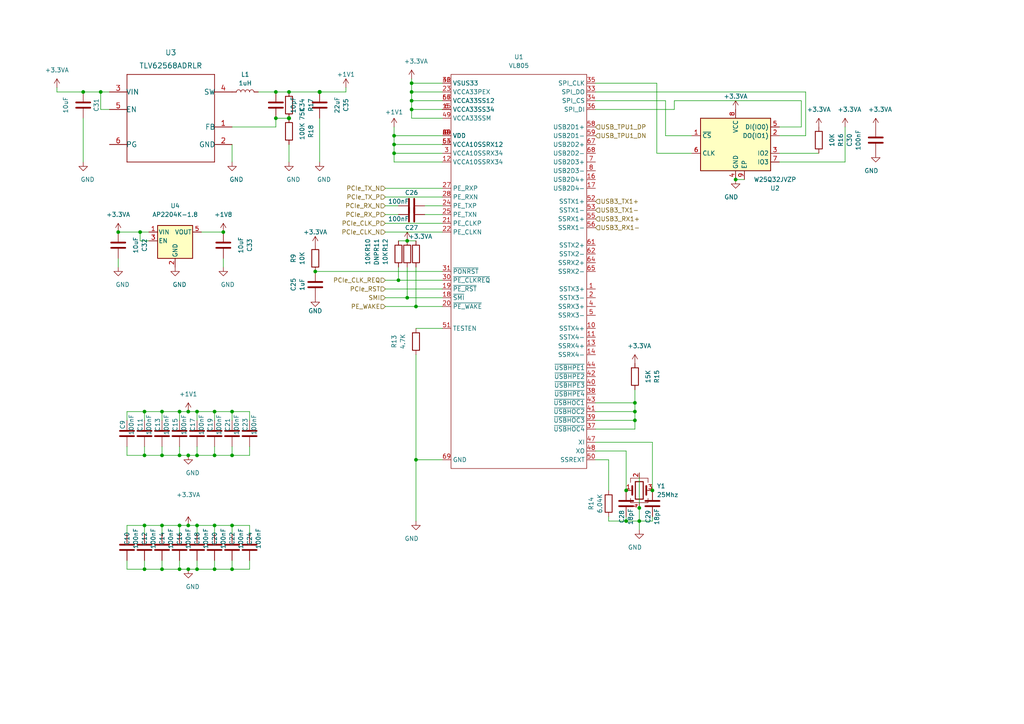
<source format=kicad_sch>
(kicad_sch (version 20231120) (generator "eeschema") (generator_version "8.0")
  (paper "A4")
  (lib_symbols
    (symbol "2021-10-17_21-20-06:TLV62568ADRLR" (pin_names (offset -0.254))
      (property "Reference" "U" (at 0 2.54 0))
      (property "Value" "TLV62568ADRLR" (at 0 0 0))
      (symbol "TLV62568ADRLR_1_1"
        (polyline (pts (xy -12.7 -12.7) (xy 12.7 -12.7)) (stroke (width 0.2032)))
        (polyline (pts (xy -12.7 12.7) (xy -12.7 -12.7)) (stroke (width 0.2032)))
        (polyline (pts (xy 12.7 -12.7) (xy 12.7 12.7)) (stroke (width 0.2032)))
        (polyline (pts (xy 12.7 12.7) (xy -12.7 12.7)) (stroke (width 0.2032)))
        (pin input line (at 17.78 -2.54 180) (length 5.08) (name "FB") (number "1"))
        (pin power_in line (at 17.78 -7.62 180) (length 5.08) (name "GND") (number "2"))
        (pin power_in line (at -17.78 7.62 0) (length 5.08) (name "VIN") (number "3"))
        (pin power_in line (at 17.78 7.62 180) (length 5.08) (name "SW") (number "4"))
        (pin input line (at -17.78 2.54 0) (length 5.08) (name "EN") (number "5"))
        (pin open_collector line (at -17.78 -7.62 0) (length 5.08) (name "PG") (number "6"))
      )
    )
    (symbol "ASM1042:VL805"
      (property "Reference" "U1" (at -0.635 45.72 0))
      (property "Value" "VL805" (at -0.635 43.18 0))
      (symbol "VL805_0_1"
        (rectangle (start -20.32 40.64) (end 19.05 -73.66) (stroke (width 0.1524)))
      )
      (symbol "VL805_1_1"
        (pin input line (at 21.59 -21.59 180) (length 2.54) (name "SSTX3+") (number "1"))
        (pin input line (at 21.59 -33.02 180) (length 2.54) (name "SSTX4+") (number "10"))
        (pin input line (at 21.59 -35.56 180) (length 2.54) (name "SSTX4-") (number "11"))
        (pin input line (at -22.86 15.24 0) (length 2.54) (name "VCCA10SSRX34") (number "12"))
        (pin input line (at 21.59 -38.1 180) (length 2.54) (name "SSRX4+") (number "13"))
        (pin input line (at 21.59 -40.64 180) (length 2.54) (name "SSRX4-") (number "14"))
        (pin input line (at -22.86 30.48 0) (length 2.54) (name "VCCA33SS34") (number "15"))
        (pin input line (at 21.59 10.16 180) (length 2.54) (name "USB2D4+") (number "16"))
        (pin input line (at 21.59 7.62 180) (length 2.54) (name "USB2D4-") (number "17"))
        (pin input line (at -22.86 -24.13 0) (length 2.54) (name "~{SMI}") (number "18"))
        (pin input line (at -22.86 -21.59 0) (length 2.54) (name "~{PE_RST}") (number "19"))
        (pin input line (at 21.59 -24.13 180) (length 2.54) (name "SSTX3-") (number "2"))
        (pin input line (at -22.86 -26.67 0) (length 2.54) (name "~{PE_WAKE}") (number "20"))
        (pin input line (at -22.86 -2.54 0) (length 2.54) (name "PE_CLKP") (number "21"))
        (pin input line (at -22.86 -5.08 0) (length 2.54) (name "PE_CLKN") (number "22"))
        (pin input line (at -22.86 35.56 0) (length 2.54) (name "VCCA33PEX") (number "23"))
        (pin input line (at -22.86 2.54 0) (length 2.54) (name "PE_TXP") (number "24"))
        (pin input line (at -22.86 0 0) (length 2.54) (name "PE_TXN") (number "25"))
        (pin input line (at -22.86 7.62 0) (length 2.54) (name "PE_RXP") (number "27"))
        (pin input line (at -22.86 5.08 0) (length 2.54) (name "PE_RXN") (number "28"))
        (pin input line (at -22.86 22.86 0) (length 2.54) (name "VDD") (number "29"))
        (pin input line (at -22.86 17.78 0) (length 2.54) (name "VCCA10SSRX34") (number "3"))
        (pin input line (at -22.86 -19.05 0) (length 2.54) (name "~{PE_CLKREQ}") (number "30"))
        (pin input line (at -22.86 -16.51 0) (length 2.54) (name "~{PONRST}") (number "31"))
        (pin input line (at -22.86 38.1 0) (length 2.54) (name "VSUS33") (number "32"))
        (pin input line (at 21.59 35.56 180) (length 2.54) (name "SPI_DO") (number "33"))
        (pin input line (at 21.59 33.02 180) (length 2.54) (name "SPI_CS") (number "34"))
        (pin input line (at 21.59 38.1 180) (length 2.54) (name "SPI_CLK") (number "35"))
        (pin input line (at 21.59 30.48 180) (length 2.54) (name "SPI_DI") (number "36"))
        (pin input line (at 21.59 -62.23 180) (length 2.54) (name "~{USBHOC4}") (number "37"))
        (pin input line (at 21.59 -52.07 180) (length 2.54) (name "~{USBHPE4}") (number "38"))
        (pin input line (at 21.59 -59.69 180) (length 2.54) (name "~{USBHOC3}") (number "39"))
        (pin input line (at 21.59 -26.67 180) (length 2.54) (name "SSRX3+") (number "4"))
        (pin input line (at 21.59 -49.53 180) (length 2.54) (name "~{USBHPE3}") (number "40"))
        (pin input line (at 21.59 -57.15 180) (length 2.54) (name "~{USBHOC2}") (number "41"))
        (pin input line (at 21.59 -46.99 180) (length 2.54) (name "~{USBHPE2}") (number "42"))
        (pin input line (at 21.59 -54.61 180) (length 2.54) (name "~{USBHOC1}") (number "43"))
        (pin input line (at 21.59 -44.45 180) (length 2.54) (name "~{USBHPE1}") (number "44"))
        (pin input line (at -22.86 22.86 0) (length 2.54) (name "VDD") (number "45"))
        (pin input line (at -22.86 38.1 0) (length 2.54) (name "VSUS33") (number "46"))
        (pin input line (at 21.59 -66.04 180) (length 2.54) (name "XI") (number "47"))
        (pin input line (at 21.59 -68.58 180) (length 2.54) (name "XO") (number "48"))
        (pin input line (at -22.86 27.94 0) (length 2.54) (name "VCCA33SSM") (number "49"))
        (pin input line (at 21.59 -29.21 180) (length 2.54) (name "SSRX3-") (number "5"))
        (pin input line (at 21.59 -71.12 180) (length 2.54) (name "SSREXT") (number "50"))
        (pin input line (at -22.86 -33.02 0) (length 2.54) (name "TESTEN") (number "51"))
        (pin input line (at 21.59 3.81 180) (length 2.54) (name "SSTX1+") (number "52"))
        (pin input line (at 21.59 1.27 180) (length 2.54) (name "SSTX1-") (number "53"))
        (pin input line (at -22.86 20.32 0) (length 2.54) (name "VCCA10SSRX12") (number "54"))
        (pin input line (at 21.59 -1.27 180) (length 2.54) (name "SSRX1+") (number "55"))
        (pin input line (at 21.59 -3.81 180) (length 2.54) (name "SSRX1-") (number "56"))
        (pin input line (at -22.86 33.02 0) (length 2.54) (name "VCCA33SS12") (number "57"))
        (pin input line (at 21.59 25.4 180) (length 2.54) (name "USB2D1+") (number "58"))
        (pin input line (at 21.59 22.86 180) (length 2.54) (name "USB2D1-") (number "59"))
        (pin input line (at -22.86 30.48 0) (length 2.54) (name "VCCA33SS34") (number "6"))
        (pin input line (at -22.86 22.86 0) (length 2.54) (name "VDD") (number "60"))
        (pin input line (at 21.59 -8.89 180) (length 2.54) (name "SSTX2+") (number "61"))
        (pin input line (at 21.59 -11.43 180) (length 2.54) (name "SSTX2-") (number "62"))
        (pin input line (at -22.86 20.32 0) (length 2.54) (name "VCCA10SSRX12") (number "63"))
        (pin input line (at 21.59 -13.97 180) (length 2.54) (name "SSRX2+") (number "64"))
        (pin input line (at 21.59 -16.51 180) (length 2.54) (name "SSRX2-") (number "65"))
        (pin input line (at -22.86 33.02 0) (length 2.54) (name "VCCA33SS12") (number "66"))
        (pin input line (at 21.59 20.32 180) (length 2.54) (name "USB2D2+") (number "67"))
        (pin input line (at 21.59 17.78 180) (length 2.54) (name "USB2D2-") (number "68"))
        (pin input line (at -22.86 -71.12 0) (length 2.54) (name "GND") (number "69"))
        (pin input line (at 21.59 15.24 180) (length 2.54) (name "USB2D3+") (number "7"))
        (pin input line (at 21.59 12.7 180) (length 2.54) (name "USB2D3-") (number "8"))
        (pin input line (at -22.86 22.86 0) (length 2.54) (name "VDD") (number "9"))
      )
    )
    (symbol "Device:C" (pin_numbers hide) (pin_names (offset 0.254))
      (property "Reference" "C" (at 0.635 2.54 0))
      (property "Value" "C" (at 0.635 -2.54 0))
      (symbol "C_0_1"
        (polyline (pts (xy -2.032 -0.762) (xy 2.032 -0.762)) (stroke (width 0.508)))
        (polyline (pts (xy -2.032 0.762) (xy 2.032 0.762)) (stroke (width 0.508)))
      )
      (symbol "C_1_1"
        (pin passive line (at 0 3.81 270) (length 2.794) (name "~") (number "1"))
        (pin passive line (at 0 -3.81 90) (length 2.794) (name "~") (number "2"))
      )
    )
    (symbol "Device:Crystal_GND24" (pin_names (offset 1.016) hide)
      (property "Reference" "Y" (at 3.175 5.08 0))
      (property "Value" "Crystal_GND24" (at 3.175 3.175 0))
      (symbol "Crystal_GND24_0_1"
        (rectangle (start -1.143 2.54) (end 1.143 -2.54) (stroke (width 0.3048)))
        (polyline (pts (xy -2.54 0) (xy -2.032 0)))
        (polyline (pts (xy -2.032 -1.27) (xy -2.032 1.27)) (stroke (width 0.508)))
        (polyline (pts (xy 0 -3.81) (xy 0 -3.556)))
        (polyline (pts (xy 0 3.556) (xy 0 3.81)))
        (polyline (pts (xy 2.032 -1.27) (xy 2.032 1.27)) (stroke (width 0.508)))
        (polyline (pts (xy 2.032 0) (xy 2.54 0)))
        (polyline (pts (xy -2.54 -2.286) (xy -2.54 -3.556) (xy 2.54 -3.556) (xy 2.54 -2.286)))
        (polyline (pts (xy -2.54 2.286) (xy -2.54 3.556) (xy 2.54 3.556) (xy 2.54 2.286)))
      )
      (symbol "Crystal_GND24_1_1"
        (pin passive line (at -3.81 0 0) (length 1.27) (name "1") (number "1"))
        (pin passive line (at 0 5.08 270) (length 1.27) (name "2") (number "2"))
        (pin passive line (at 3.81 0 180) (length 1.27) (name "3") (number "3"))
        (pin passive line (at 0 -5.08 90) (length 1.27) (name "4") (number "4"))
      )
    )
    (symbol "Device:L" (pin_numbers hide) (pin_names (offset 1.016) hide)
      (property "Reference" "L" (at -1.27 0 90))
      (property "Value" "L" (at 1.905 0 90))
      (symbol "L_0_1"
        (arc (start 0 -2.54) (mid 0.6323 -1.905) (end 0 -1.27))
        (arc (start 0 -1.27) (mid 0.6323 -0.635) (end 0 0))
        (arc (start 0 0) (mid 0.6323 0.635) (end 0 1.27))
        (arc (start 0 1.27) (mid 0.6323 1.905) (end 0 2.54))
      )
      (symbol "L_1_1"
        (pin passive line (at 0 3.81 270) (length 1.27) (name "1") (number "1"))
        (pin passive line (at 0 -3.81 90) (length 1.27) (name "2") (number "2"))
      )
    )
    (symbol "Device:R" (pin_numbers hide) (pin_names (offset 0))
      (property "Reference" "R" (at 2.032 0 90))
      (property "Value" "R" (at 0 0 90))
      (symbol "R_0_1"
        (rectangle (start -1.016 -2.54) (end 1.016 2.54) (stroke (width 0.254)))
      )
      (symbol "R_1_1"
        (pin passive line (at 0 3.81 270) (length 1.27) (name "~") (number "1"))
        (pin passive line (at 0 -3.81 90) (length 1.27) (name "~") (number "2"))
      )
    )
    (symbol "Memory_Flash:W25Q32JVZP"
      (property "Reference" "U" (at -8.89 8.89 0))
      (property "Value" "W25Q32JVZP" (at 7.62 8.89 0))
      (symbol "W25Q32JVZP_0_1"
        (rectangle (start -10.16 7.62) (end 10.16 -7.62) (stroke (width 0.254)) (fill (type background)))
      )
      (symbol "W25Q32JVZP_1_1"
        (pin input line (at -12.7 2.54 0) (length 2.54) (name "~{CS}") (number "1"))
        (pin bidirectional line (at 12.7 2.54 180) (length 2.54) (name "DO(IO1)") (number "2"))
        (pin bidirectional line (at 12.7 -2.54 180) (length 2.54) (name "IO2") (number "3"))
        (pin power_in line (at 0 -10.16 90) (length 2.54) (name "GND") (number "4"))
        (pin bidirectional line (at 12.7 5.08 180) (length 2.54) (name "DI(IO0)") (number "5"))
        (pin input line (at -12.7 -2.54 0) (length 2.54) (name "CLK") (number "6"))
        (pin bidirectional line (at 12.7 -5.08 180) (length 2.54) (name "IO3") (number "7"))
        (pin power_in line (at 0 10.16 270) (length 2.54) (name "VCC") (number "8"))
        (pin passive line (at 2.54 -10.16 90) (length 2.54) (name "EP") (number "9"))
      )
    )
    (symbol "Regulator_Linear:AP2204K-1.8" (pin_names (offset 0.254))
      (property "Reference" "U" (at -5.08 5.715 0))
      (property "Value" "AP2204K-1.8" (at 0 5.715 0))
      (symbol "AP2204K-1.8_0_1"
        (rectangle (start -5.08 4.445) (end 5.08 -5.08) (stroke (width 0.254)) (fill (type background)))
      )
      (symbol "AP2204K-1.8_1_1"
        (pin power_in line (at -7.62 2.54 0) (length 2.54) (name "VIN") (number "1"))
        (pin power_in line (at 0 -7.62 90) (length 2.54) (name "GND") (number "2"))
        (pin input line (at -7.62 0 0) (length 2.54) (name "EN") (number "3"))
        (pin no_connect line (at 5.08 0 180) (length 2.54) hide (name "NC") (number "4"))
        (pin power_out line (at 7.62 2.54 180) (length 2.54) (name "VOUT") (number "5"))
      )
    )
    (symbol "power:+1V1" (power) (pin_names (offset 0))
      (property "Value" "+1V1" (at 0 3.556 0))
      (symbol "+1V1_0_1"
        (polyline (pts (xy -0.762 1.27) (xy 0 2.54)))
        (polyline (pts (xy 0 0) (xy 0 2.54)))
        (polyline (pts (xy 0 2.54) (xy 0.762 1.27)))
      )
      (symbol "+1V1_1_1"
        (pin power_in line (at 0 0 90) (length 0) hide (name "+1V1") (number "1"))
      )
    )
    (symbol "power:+1V8" (power) (pin_names (offset 0))
      (property "Value" "+1V8" (at 0 3.556 0))
      (symbol "+1V8_0_1"
        (polyline (pts (xy -0.762 1.27) (xy 0 2.54)))
        (polyline (pts (xy 0 0) (xy 0 2.54)))
        (polyline (pts (xy 0 2.54) (xy 0.762 1.27)))
      )
      (symbol "+1V8_1_1"
        (pin power_in line (at 0 0 90) (length 0) hide (name "+1V8") (number "1"))
      )
    )
    (symbol "power:+3.3VA" (power) (pin_names (offset 0))
      (property "Value" "+3.3VA" (at 0 3.556 0))
      (symbol "+3.3VA_0_1"
        (polyline (pts (xy -0.762 1.27) (xy 0 2.54)))
        (polyline (pts (xy 0 0) (xy 0 2.54)))
        (polyline (pts (xy 0 2.54) (xy 0.762 1.27)))
      )
      (symbol "+3.3VA_1_1"
        (pin power_in line (at 0 0 90) (length 0) hide (name "+3.3VA") (number "1"))
      )
    )
    (symbol "power:GND" (power) (pin_names (offset 0))
      (property "Value" "GND" (at 0 -3.81 0))
      (symbol "GND_0_1"
        (polyline (pts (xy 0 0) (xy 0 -1.27) (xy 1.27 -1.27) (xy 0 -2.54) (xy -1.27 -1.27) (xy 0 -1.27)))
      )
      (symbol "GND_1_1"
        (pin power_in line (at 0 0 270) (length 0) hide (name "GND") (number "1"))
      )
    )
  )
  (junction (at 184.15 121.92))
  (junction (at 62.23 132.08))
  (junction (at 41.91 132.08))
  (junction (at 118.11 69.85))
  (junction (at 24.13 26.67))
  (junction (at 119.38 29.21))
  (junction (at 62.23 152.4))
  (junction (at 41.91 119.38))
  (junction (at 29.21 26.67))
  (junction (at 189.23 142.24))
  (junction (at 80.01 34.29))
  (junction (at 80.01 26.67))
  (junction (at 67.31 165.1))
  (junction (at 54.61 152.4))
  (junction (at 54.61 132.08))
  (junction (at 114.3 41.91))
  (junction (at 46.99 152.4))
  (junction (at 181.61 151.13))
  (junction (at 118.11 86.36))
  (junction (at 184.15 119.38))
  (junction (at 57.15 132.08))
  (junction (at 181.61 142.24))
  (junction (at 62.23 119.38))
  (junction (at 57.15 152.4))
  (junction (at 119.38 24.13))
  (junction (at 54.61 165.1))
  (junction (at 62.23 165.1))
  (junction (at 114.3 44.45))
  (junction (at 185.42 147.32))
  (junction (at 120.65 133.35))
  (junction (at 40.64 67.31))
  (junction (at 185.42 151.13))
  (junction (at 83.82 26.67))
  (junction (at 46.99 119.38))
  (junction (at 34.29 67.31))
  (junction (at 119.38 31.75))
  (junction (at 57.15 165.1))
  (junction (at 92.71 26.67) (diameter 1.016))
  (junction (at 41.91 152.4))
  (junction (at 52.07 152.4))
  (junction (at 57.15 119.38))
  (junction (at 67.31 132.08))
  (junction (at 52.07 165.1))
  (junction (at 91.44 78.74))
  (junction (at 83.82 34.29) (diameter 1.016))
  (junction (at 120.65 88.9))
  (junction (at 119.38 26.67))
  (junction (at 213.36 52.07))
  (junction (at 115.57 81.28))
  (junction (at 67.31 119.38))
  (junction (at 46.99 165.1))
  (junction (at 41.91 165.1))
  (junction (at 114.3 39.37))
  (junction (at 46.99 132.08))
  (junction (at 54.61 119.38))
  (junction (at 184.15 116.84))
  (junction (at 67.31 152.4))
  (junction (at 64.77 67.31))
  (junction (at 52.07 132.08))
  (junction (at 52.07 119.38))
  (wire (pts (xy 111.76 86.36) (xy 118.11 86.36)))
  (wire (pts (xy 62.23 129.54) (xy 62.23 132.08)))
  (wire (pts (xy 34.29 67.31) (xy 40.64 67.31)))
  (wire (pts (xy 58.42 67.31) (xy 64.77 67.31)))
  (wire (pts (xy 52.07 152.4) (xy 54.61 152.4)))
  (wire (pts (xy 115.57 77.47) (xy 115.57 81.28)))
  (wire (pts (xy 36.83 119.38) (xy 41.91 119.38)))
  (wire (pts (xy 72.39 119.38) (xy 72.39 121.92)))
  (wire (pts (xy 24.13 34.29) (xy 24.13 46.99)))
  (wire (pts (xy 62.23 162.56) (xy 62.23 165.1)))
  (wire (pts (xy 46.99 119.38) (xy 52.07 119.38)))
  (wire (pts (xy 120.65 77.47) (xy 120.65 88.9)))
  (wire (pts (xy 115.57 69.85) (xy 118.11 69.85)))
  (wire (pts (xy 67.31 129.54) (xy 67.31 132.08)))
  (wire (pts (xy 40.64 67.31) (xy 43.18 67.31)))
  (wire (pts (xy 185.42 151.13) (xy 189.23 151.13)))
  (wire (pts (xy 189.23 128.27) (xy 189.23 142.24)))
  (wire (pts (xy 233.68 39.37) (xy 226.06 39.37)))
  (wire (pts (xy 52.07 165.1) (xy 54.61 165.1)))
  (wire (pts (xy 181.61 130.81) (xy 181.61 142.24)))
  (wire (pts (xy 172.72 128.27) (xy 189.23 128.27)))
  (wire (pts (xy 120.65 133.35) (xy 120.65 151.13)))
  (wire (pts (xy 62.23 152.4) (xy 67.31 152.4)))
  (wire (pts (xy 43.18 69.85) (xy 40.64 69.85)))
  (wire (pts (xy 193.04 39.37) (xy 200.66 39.37)))
  (wire (pts (xy 41.91 129.54) (xy 41.91 132.08)))
  (wire (pts (xy 119.38 26.67) (xy 128.27 26.67)))
  (wire (pts (xy 120.65 95.25) (xy 128.27 95.25)))
  (wire (pts (xy 36.83 129.54) (xy 36.83 132.08)))
  (wire (pts (xy 92.71 34.29) (xy 92.71 46.99)))
  (wire (pts (xy 67.31 119.38) (xy 72.39 119.38)))
  (wire (pts (xy 213.36 52.07) (xy 215.9 52.07)))
  (wire (pts (xy 172.72 124.46) (xy 184.15 124.46)))
  (wire (pts (xy 111.76 54.61) (xy 128.27 54.61)))
  (wire (pts (xy 67.31 162.56) (xy 67.31 165.1)))
  (wire (pts (xy 67.31 152.4) (xy 72.39 152.4)))
  (wire (pts (xy 57.15 132.08) (xy 62.23 132.08)))
  (wire (pts (xy 111.76 59.69) (xy 115.57 59.69)))
  (wire (pts (xy 233.68 26.67) (xy 233.68 39.37)))
  (wire (pts (xy 114.3 36.83) (xy 114.3 39.37)))
  (wire (pts (xy 245.11 46.99) (xy 245.11 36.83)))
  (wire (pts (xy 123.19 59.69) (xy 128.27 59.69)))
  (wire (pts (xy 111.76 62.23) (xy 115.57 62.23)))
  (wire (pts (xy 128.27 34.29) (xy 119.38 34.29)))
  (wire (pts (xy 119.38 31.75) (xy 128.27 31.75)))
  (wire (pts (xy 111.76 83.82) (xy 128.27 83.82)))
  (wire (pts (xy 111.76 88.9) (xy 120.65 88.9)))
  (wire (pts (xy 92.71 26.67) (xy 100.33 26.67)))
  (wire (pts (xy 111.76 67.31) (xy 128.27 67.31)))
  (wire (pts (xy 67.31 152.4) (xy 67.31 154.94)))
  (wire (pts (xy 62.23 119.38) (xy 67.31 119.38)))
  (wire (pts (xy 41.91 119.38) (xy 46.99 119.38)))
  (wire (pts (xy 54.61 165.1) (xy 57.15 165.1)))
  (wire (pts (xy 172.72 133.35) (xy 176.53 133.35)))
  (wire (pts (xy 16.51 26.67) (xy 24.13 26.67)))
  (wire (pts (xy 41.91 119.38) (xy 41.91 121.92)))
  (wire (pts (xy 91.44 78.74) (xy 128.27 78.74)))
  (wire (pts (xy 176.53 151.13) (xy 181.61 151.13)))
  (wire (pts (xy 62.23 119.38) (xy 62.23 121.92)))
  (wire (pts (xy 195.58 31.75) (xy 195.58 29.21)))
  (wire (pts (xy 29.21 26.67) (xy 31.75 26.67)))
  (wire (pts (xy 172.72 26.67) (xy 233.68 26.67)))
  (wire (pts (xy 172.72 116.84) (xy 184.15 116.84)))
  (wire (pts (xy 114.3 39.37) (xy 114.3 41.91)))
  (wire (pts (xy 57.15 129.54) (xy 57.15 132.08)))
  (wire (pts (xy 52.07 162.56) (xy 52.07 165.1)))
  (wire (pts (xy 181.61 149.86) (xy 181.61 151.13)))
  (wire (pts (xy 40.64 69.85) (xy 40.64 67.31)))
  (wire (pts (xy 36.83 121.92) (xy 36.83 119.38)))
  (wire (pts (xy 111.76 81.28) (xy 115.57 81.28)))
  (wire (pts (xy 52.07 119.38) (xy 52.07 121.92)))
  (wire (pts (xy 172.72 119.38) (xy 184.15 119.38)))
  (wire (pts (xy 119.38 24.13) (xy 119.38 22.86)))
  (wire (pts (xy 36.83 162.56) (xy 36.83 165.1)))
  (wire (pts (xy 184.15 119.38) (xy 184.15 116.84)))
  (wire (pts (xy 36.83 154.94) (xy 36.83 152.4)))
  (wire (pts (xy 83.82 41.91) (xy 83.82 46.99)))
  (wire (pts (xy 114.3 41.91) (xy 128.27 41.91)))
  (wire (pts (xy 226.06 46.99) (xy 245.11 46.99)))
  (wire (pts (xy 176.53 133.35) (xy 176.53 142.24)))
  (wire (pts (xy 115.57 81.28) (xy 128.27 81.28)))
  (wire (pts (xy 57.15 119.38) (xy 57.15 121.92)))
  (wire (pts (xy 72.39 162.56) (xy 72.39 165.1)))
  (wire (pts (xy 46.99 152.4) (xy 46.99 154.94)))
  (wire (pts (xy 80.01 34.29) (xy 83.82 34.29)))
  (wire (pts (xy 114.3 44.45) (xy 128.27 44.45)))
  (wire (pts (xy 72.39 152.4) (xy 72.39 154.94)))
  (wire (pts (xy 16.51 25.4) (xy 16.51 26.67)))
  (wire (pts (xy 172.72 29.21) (xy 193.04 29.21)))
  (wire (pts (xy 128.27 133.35) (xy 120.65 133.35)))
  (wire (pts (xy 74.93 26.67) (xy 80.01 26.67)))
  (wire (pts (xy 185.42 147.32) (xy 185.42 151.13)))
  (wire (pts (xy 67.31 119.38) (xy 67.31 121.92)))
  (wire (pts (xy 72.39 132.08) (xy 72.39 129.54)))
  (wire (pts (xy 54.61 119.38) (xy 57.15 119.38)))
  (wire (pts (xy 67.31 165.1) (xy 72.39 165.1)))
  (wire (pts (xy 62.23 165.1) (xy 67.31 165.1)))
  (wire (pts (xy 46.99 132.08) (xy 52.07 132.08)))
  (wire (pts (xy 57.15 165.1) (xy 62.23 165.1)))
  (wire (pts (xy 118.11 77.47) (xy 118.11 86.36)))
  (wire (pts (xy 24.13 26.67) (xy 29.21 26.67)))
  (wire (pts (xy 41.91 154.94) (xy 41.91 152.4)))
  (wire (pts (xy 67.31 132.08) (xy 72.39 132.08)))
  (wire (pts (xy 52.07 152.4) (xy 52.07 154.94)))
  (wire (pts (xy 181.61 151.13) (xy 185.42 151.13)))
  (wire (pts (xy 52.07 129.54) (xy 52.07 132.08)))
  (wire (pts (xy 184.15 124.46) (xy 184.15 121.92)))
  (wire (pts (xy 111.76 57.15) (xy 128.27 57.15)))
  (wire (pts (xy 29.21 31.75) (xy 29.21 26.67)))
  (wire (pts (xy 46.99 119.38) (xy 46.99 121.92)))
  (wire (pts (xy 41.91 165.1) (xy 46.99 165.1)))
  (wire (pts (xy 184.15 116.84) (xy 184.15 113.03)))
  (wire (pts (xy 36.83 132.08) (xy 41.91 132.08)))
  (wire (pts (xy 83.82 26.67) (xy 92.71 26.67)))
  (wire (pts (xy 120.65 102.87) (xy 120.65 133.35)))
  (wire (pts (xy 172.72 24.13) (xy 190.5 24.13)))
  (wire (pts (xy 190.5 44.45) (xy 200.66 44.45)))
  (wire (pts (xy 114.3 39.37) (xy 128.27 39.37)))
  (wire (pts (xy 36.83 152.4) (xy 41.91 152.4)))
  (wire (pts (xy 123.19 62.23) (xy 128.27 62.23)))
  (wire (pts (xy 46.99 129.54) (xy 46.99 132.08)))
  (wire (pts (xy 195.58 29.21) (xy 232.41 29.21)))
  (wire (pts (xy 232.41 29.21) (xy 232.41 36.83)))
  (wire (pts (xy 226.06 44.45) (xy 237.49 44.45)))
  (wire (pts (xy 46.99 152.4) (xy 52.07 152.4)))
  (wire (pts (xy 119.38 29.21) (xy 119.38 26.67)))
  (wire (pts (xy 57.15 119.38) (xy 62.23 119.38)))
  (wire (pts (xy 172.72 121.92) (xy 184.15 121.92)))
  (wire (pts (xy 185.42 137.16) (xy 185.42 147.32)))
  (wire (pts (xy 67.31 36.83) (xy 80.01 36.83)))
  (wire (pts (xy 57.15 152.4) (xy 57.15 154.94)))
  (wire (pts (xy 54.61 152.4) (xy 57.15 152.4)))
  (wire (pts (xy 52.07 132.08) (xy 54.61 132.08)))
  (wire (pts (xy 189.23 151.13) (xy 189.23 149.86)))
  (wire (pts (xy 172.72 31.75) (xy 195.58 31.75)))
  (wire (pts (xy 57.15 152.4) (xy 62.23 152.4)))
  (wire (pts (xy 120.65 88.9) (xy 128.27 88.9)))
  (wire (pts (xy 62.23 132.08) (xy 67.31 132.08)))
  (wire (pts (xy 119.38 29.21) (xy 128.27 29.21)))
  (wire (pts (xy 119.38 34.29) (xy 119.38 31.75)))
  (wire (pts (xy 46.99 162.56) (xy 46.99 165.1)))
  (wire (pts (xy 185.42 151.13) (xy 185.42 153.67)))
  (wire (pts (xy 64.77 74.93) (xy 64.77 77.47)))
  (wire (pts (xy 41.91 162.56) (xy 41.91 165.1)))
  (wire (pts (xy 100.33 25.4) (xy 100.33 26.67)))
  (wire (pts (xy 193.04 29.21) (xy 193.04 39.37)))
  (wire (pts (xy 176.53 149.86) (xy 176.53 151.13)))
  (wire (pts (xy 31.75 31.75) (xy 29.21 31.75)))
  (wire (pts (xy 67.31 41.91) (xy 67.31 46.99)))
  (wire (pts (xy 62.23 152.4) (xy 62.23 154.94)))
  (wire (pts (xy 128.27 46.99) (xy 114.3 46.99)))
  (wire (pts (xy 46.99 165.1) (xy 52.07 165.1)))
  (wire (pts (xy 119.38 26.67) (xy 119.38 24.13)))
  (wire (pts (xy 190.5 24.13) (xy 190.5 44.45)))
  (wire (pts (xy 118.11 86.36) (xy 128.27 86.36)))
  (wire (pts (xy 184.15 121.92) (xy 184.15 119.38)))
  (wire (pts (xy 114.3 41.91) (xy 114.3 44.45)))
  (wire (pts (xy 57.15 162.56) (xy 57.15 165.1)))
  (wire (pts (xy 80.01 26.67) (xy 83.82 26.67)))
  (wire (pts (xy 41.91 132.08) (xy 46.99 132.08)))
  (wire (pts (xy 119.38 24.13) (xy 128.27 24.13)))
  (wire (pts (xy 232.41 36.83) (xy 226.06 36.83)))
  (wire (pts (xy 36.83 165.1) (xy 41.91 165.1)))
  (wire (pts (xy 172.72 130.81) (xy 181.61 130.81)))
  (wire (pts (xy 118.11 69.85) (xy 120.65 69.85)))
  (wire (pts (xy 111.76 64.77) (xy 128.27 64.77)))
  (wire (pts (xy 54.61 132.08) (xy 57.15 132.08)))
  (wire (pts (xy 114.3 44.45) (xy 114.3 46.99)))
  (wire (pts (xy 41.91 152.4) (xy 46.99 152.4)))
  (wire (pts (xy 119.38 31.75) (xy 119.38 29.21)))
  (wire (pts (xy 34.29 74.93) (xy 34.29 77.47)))
  (wire (pts (xy 80.01 36.83) (xy 80.01 34.29)))
  (wire (pts (xy 52.07 119.38) (xy 54.61 119.38)))
  (hierarchical_label "USB3_TX1+" (shape input) (at 172.72 58.42 0))
  (hierarchical_label "USB_TPU1_DP" (shape input) (at 172.72 36.83 0))
  (hierarchical_label "PCIe_RST" (shape input) (at 111.76 83.82 180))
  (hierarchical_label "PCIe_CLK_N" (shape input) (at 111.76 67.31 180))
  (hierarchical_label "PCIe_TX_P" (shape input) (at 111.76 57.15 180))
  (hierarchical_label "PCIe_RX_N" (shape input) (at 111.76 59.69 180))
  (hierarchical_label "PCIe_CLK_P" (shape input) (at 111.76 64.77 180))
  (hierarchical_label "USB_TPU1_DN" (shape input) (at 172.72 39.37 0))
  (hierarchical_label "PCIe_TX_N" (shape input) (at 111.76 54.61 180))
  (hierarchical_label "USB3_RX1+" (shape input) (at 172.72 63.5 0))
  (hierarchical_label "SMI" (shape input) (at 111.76 86.36 180))
  (hierarchical_label "PE_WAKE" (shape input) (at 111.76 88.9 180))
  (hierarchical_label "USB3_RX1-" (shape input) (at 172.72 66.04 0))
  (hierarchical_label "PCIe_CLK_REQ" (shape input) (at 111.76 81.28 180))
  (hierarchical_label "USB3_TX1-" (shape input) (at 172.72 60.96 0))
  (hierarchical_label "PCIe_RX_P" (shape input) (at 111.76 62.23 180))
  (symbol (lib_id "Device:R") (at 91.44 74.93 180) (unit 1)
    (property "Reference" "R9" (at 85.09 74.93 90))
    (property "Value" "10K" (at 87.63 74.93 90))
    (property "Footprint" "Resistor_SMD:R_0402_1005Metric" (effects (hide yes)))
  )
  (symbol (lib_id "Memory_Flash:W25Q32JVZP") (at 213.36 41.91 0) (unit 1)
    (property "Reference" "U2" (at 224.79 54.61 0))
    (property "Value" "W25Q32JVZP" (at 224.79 52.07 0))
    (property "Footprint" "Package_DFN_QFN:DFN-8-1EP_3x2mm_P0.5mm_EP1.36x1.46mm" (effects (hide yes)))
    (property "Datasheet" "http://www.winbond.com/resource-files/w25q32jv%20revg%2003272018%20plus.pdf" (effects (hide yes)))
  )
  (symbol (lib_id "Device:R") (at 120.65 73.66 180) (unit 1)
    (property "Reference" "R12" (at 111.76 71.12 90))
    (property "Value" "10K" (at 111.76 74.93 90))
    (property "Footprint" "Resistor_SMD:R_0402_1005Metric" (effects (hide yes)))
  )
  (symbol (lib_id "Device:C") (at 52.07 125.73 180) (unit 1)
    (property "Reference" "C15" (at 50.8 123.19 90))
    (property "Value" "100nF" (at 53.34 123.19 90))
    (property "Footprint" "Capacitor_SMD:C_0402_1005Metric" (effects (hide yes)))
  )
  (symbol (lib_id "power:GND") (at 64.77 77.47 0) (unit 1)
    (property "Reference" "#PWR025" (effects (hide yes)))
    (property "Value" "GND" (at 66.04 82.55 0))
  )
  (symbol (lib_id "power:GND") (at 120.65 151.13 0) (mirror y) (unit 1)
    (property "Reference" "#PWR010" (effects (hide yes)))
    (property "Value" "GND" (at 119.38 156.21 0))
  )
  (symbol (lib_id "Device:C") (at 67.31 158.75 180) (unit 1)
    (property "Reference" "C22" (at 67.31 156.21 90))
    (property "Value" "100nF" (at 69.85 156.21 90))
    (property "Footprint" "Capacitor_SMD:C_0402_1005Metric" (effects (hide yes)))
  )
  (symbol (lib_id "Device:C") (at 62.23 125.73 180) (unit 1)
    (property "Reference" "C19" (at 60.96 123.19 90))
    (property "Value" "100nF" (at 63.5 123.19 90))
    (property "Footprint" "Capacitor_SMD:C_0402_1005Metric" (effects (hide yes)))
  )
  (symbol (lib_id "Device:C") (at 64.77 71.12 0) (unit 1)
    (property "Reference" "C33" (at 72.39 71.12 90))
    (property "Value" "10uF" (at 69.85 71.12 90))
    (property "Footprint" "Capacitor_SMD:C_0402_1005Metric" (effects (hide yes)))
  )
  (symbol (lib_id "power:+3.3VA") (at 54.61 152.4 0) (unit 1)
    (property "Reference" "#PWR03" (effects (hide yes)))
    (property "Value" "+3.3VA" (at 54.61 143.51 0))
  )
  (symbol (lib_id "Device:C") (at 36.83 158.75 180) (unit 1)
    (property "Reference" "C10" (at 36.83 156.21 90))
    (property "Value" "100nF" (at 39.37 156.21 90))
    (property "Footprint" "Capacitor_SMD:C_0402_1005Metric" (effects (hide yes)))
  )
  (symbol (lib_id "power:+3.3VA") (at 91.44 71.12 0) (unit 1)
    (property "Reference" "#PWR05" (effects (hide yes)))
    (property "Value" "+3.3VA" (at 91.44 67.31 0))
  )
  (symbol (lib_id "Device:C") (at 57.15 158.75 180) (unit 1)
    (property "Reference" "C18" (at 57.15 156.21 90))
    (property "Value" "100nF" (at 59.69 156.21 90))
    (property "Footprint" "Capacitor_SMD:C_0402_1005Metric" (effects (hide yes)))
  )
  (symbol (lib_id "Device:Crystal_GND24") (at 185.42 142.24 0) (unit 1)
    (property "Reference" "Y1" (at 190.5 140.97 0) (effects (justify left)))
    (property "Value" "25Mhz" (at 190.5 143.51 0) (effects (justify left)))
    (property "Footprint" "Crystal:Crystal_SMD_3225-4Pin_3.2x2.5mm" (effects (hide yes)))
  )
  (symbol (lib_id "Device:C") (at 254 40.64 180) (unit 1)
    (property "Reference" "C30" (at 246.38 40.64 90))
    (property "Value" "100nF" (at 248.92 40.64 90))
    (property "Footprint" "Capacitor_SMD:C_0402_1005Metric" (effects (hide yes)))
  )
  (symbol (lib_id "Device:C") (at 62.23 158.75 180) (unit 1)
    (property "Reference" "C20" (at 62.23 156.21 90))
    (property "Value" "100nF" (at 64.77 156.21 90))
    (property "Footprint" "Capacitor_SMD:C_0402_1005Metric" (effects (hide yes)))
  )
  (symbol (lib_id "power:+3.3VA") (at 16.51 25.4 0) (unit 1)
    (property "Reference" "#PWR021" (effects (hide yes)))
    (property "Value" "+3.3VA" (at 16.51 20.32 0))
  )
  (symbol (lib_id "Device:C") (at 41.91 158.75 180) (unit 1)
    (property "Reference" "C12" (at 41.91 156.21 90))
    (property "Value" "100nF" (at 44.45 156.21 90))
    (property "Footprint" "Capacitor_SMD:C_0402_1005Metric" (effects (hide yes)))
  )
  (symbol (lib_id "Device:R") (at 120.65 99.06 180) (unit 1)
    (property "Reference" "R13" (at 114.3 99.06 90))
    (property "Value" "4.7K" (at 116.84 99.06 90))
    (property "Footprint" "Resistor_SMD:R_0402_1005Metric" (effects (hide yes)))
  )
  (symbol (lib_id "Device:L") (at 71.12 26.67 90) (unit 1)
    (property "Reference" "L1" (at 71.12 21.59 90))
    (property "Value" "1uH" (at 71.12 24.13 90))
    (property "Footprint" "Inductor_SMD:L_Vishay_IHLP-1212" (effects (hide yes)))
  )
  (symbol (lib_id "Device:C") (at 119.38 59.69 90) (unit 1)
    (property "Reference" "C26" (at 119.38 55.88 90))
    (property "Value" "100nF" (at 115.57 58.42 90))
    (property "Footprint" "Capacitor_SMD:C_0402_1005Metric" (effects (hide yes)))
  )
  (symbol (lib_id "power:GND") (at 83.82 46.99 0) (unit 1)
    (property "Reference" "#PWR027" (effects (hide yes)))
    (property "Value" "GND" (at 85.09 52.07 0))
  )
  (symbol (lib_id "power:GND") (at 54.61 165.1 0) (unit 1)
    (property "Reference" "#PWR04" (effects (hide yes)))
    (property "Value" "GND" (at 55.88 170.18 0))
  )
  (symbol (lib_id "power:GND") (at 185.42 153.67 0) (mirror y) (unit 1)
    (property "Reference" "#PWR012" (effects (hide yes)))
    (property "Value" "GND" (at 184.15 158.75 0))
  )
  (symbol (lib_id "Device:C") (at 67.31 125.73 180) (unit 1)
    (property "Reference" "C21" (at 66.04 123.19 90))
    (property "Value" "100nF" (at 68.58 123.19 90))
    (property "Footprint" "Capacitor_SMD:C_0402_1005Metric" (effects (hide yes)))
  )
  (symbol (lib_id "power:GND") (at 34.29 77.47 0) (unit 1)
    (property "Reference" "#PWR022" (effects (hide yes)))
    (property "Value" "GND" (at 35.56 82.55 0))
  )
  (symbol (lib_id "power:GND") (at 254 44.45 0) (mirror y) (unit 1)
    (property "Reference" "#PWR018" (effects (hide yes)))
    (property "Value" "GND" (at 252.73 49.53 0))
  )
  (symbol (lib_id "power:+1V1") (at 100.33 25.4 0) (unit 1)
    (property "Reference" "#PWR029" (effects (hide yes)))
    (property "Value" "+1V1" (at 100.33 21.59 0))
  )
  (symbol (lib_id "power:+3.3VA") (at 119.38 22.86 0) (unit 1)
    (property "Reference" "#PWR09" (effects (hide yes)))
    (property "Value" "+3.3VA" (at 120.65 17.78 0))
  )
  (symbol (lib_id "power:+1V1") (at 114.3 36.83 0) (unit 1)
    (property "Reference" "#PWR07" (effects (hide yes)))
    (property "Value" "+1V1" (at 114.3 32.512 0))
  )
  (symbol (lib_id "power:+3.3VA") (at 213.36 31.75 0) (unit 1)
    (property "Reference" "#PWR013" (effects (hide yes)))
    (property "Value" "+3.3VA" (at 213.36 27.94 0))
  )
  (symbol (lib_id "Device:R") (at 83.82 30.48 0) (unit 1)
    (property "Reference" "R17" (at 90.17 30.48 90))
    (property "Value" "75K" (at 87.63 33.02 90))
    (property "Footprint" "Resistor_SMD:R_0402_1005Metric" (effects (hide yes)))
  )
  (symbol (lib_id "power:GND") (at 54.61 132.08 0) (unit 1)
    (property "Reference" "#PWR02" (effects (hide yes)))
    (property "Value" "GND" (at 55.88 137.16 0))
  )
  (symbol (lib_id "Device:C") (at 72.39 125.73 180) (unit 1)
    (property "Reference" "C23" (at 71.12 123.19 90))
    (property "Value" "100nF" (at 73.66 123.19 90))
    (property "Footprint" "Capacitor_SMD:C_0402_1005Metric" (effects (hide yes)))
  )
  (symbol (lib_id "Device:R") (at 184.15 109.22 0) (mirror x) (unit 1)
    (property "Reference" "R15" (at 190.5 109.22 90))
    (property "Value" "15K" (at 187.96 109.22 90))
    (property "Footprint" "Resistor_SMD:R_0402_1005Metric" (effects (hide yes)))
  )
  (symbol (lib_id "Device:C") (at 189.23 146.05 180) (unit 1)
    (property "Reference" "C29" (at 187.96 149.86 90))
    (property "Value" "18pF" (at 190.5 149.86 90))
    (property "Footprint" "Capacitor_SMD:C_0402_1005Metric" (effects (hide yes)))
  )
  (symbol (lib_id "2021-10-17_21-20-06:TLV62568ADRLR") (at 49.53 34.29 0) (unit 1)
    (property "Reference" "U3" (at 49.53 15.24 0) (effects (font (size 1.524 1.524))))
    (property "Value" "TLV62568ADRLR" (at 49.53 19.05 0) (effects (font (size 1.524 1.524))))
    (property "Footprint" "Package_TO_SOT_SMD:SOT-563" (effects (hide yes)))
  )
  (symbol (lib_id "power:GND") (at 50.8 77.47 0) (unit 1)
    (property "Reference" "#PWR023" (effects (hide yes)))
    (property "Value" "GND" (at 52.07 82.55 0))
  )
  (symbol (lib_id "power:+3.3VA") (at 118.11 69.85 0) (unit 1)
    (property "Reference" "#PWR08" (effects (hide yes)))
    (property "Value" "+3.3VA" (at 121.92 68.58 0))
  )
  (symbol (lib_id "Device:C") (at 181.61 146.05 180) (unit 1)
    (property "Reference" "C28" (at 180.34 149.86 90))
    (property "Value" "18pF" (at 182.88 149.86 90))
    (property "Footprint" "Capacitor_SMD:C_0402_1005Metric" (effects (hide yes)))
  )
  (symbol (lib_id "Device:C") (at 92.71 30.48 0) (unit 1)
    (property "Reference" "C35" (at 100.33 30.48 90))
    (property "Value" "22uF" (at 97.79 30.48 90))
    (property "Footprint" "Capacitor_SMD:C_0603_1608Metric" (effects (hide yes)))
  )
  (symbol (lib_id "power:+1V1") (at 54.61 119.38 0) (unit 1)
    (property "Reference" "#PWR01" (effects (hide yes)))
    (property "Value" "+1V1" (at 54.61 114.3 0))
  )
  (symbol (lib_id "Device:C") (at 57.15 125.73 180) (unit 1)
    (property "Reference" "C17" (at 55.88 123.19 90))
    (property "Value" "100nF" (at 58.42 123.19 90))
    (property "Footprint" "Capacitor_SMD:C_0402_1005Metric" (effects (hide yes)))
  )
  (symbol (lib_id "power:+3.3VA") (at 237.49 36.83 0) (unit 1)
    (property "Reference" "#PWR015" (effects (hide yes)))
    (property "Value" "+3.3VA" (at 237.49 31.75 0))
  )
  (symbol (lib_id "power:+3.3VA") (at 184.15 105.41 0) (unit 1)
    (property "Reference" "#PWR011" (effects (hide yes)))
    (property "Value" "+3.3VA" (at 185.42 100.33 0))
  )
  (symbol (lib_id "ASM1042:VL805") (at 151.13 62.23 0) (unit 1)
    (property "Reference" "U1" (at 150.495 16.51 0))
    (property "Value" "VL805" (at 150.495 19.05 0))
    (property "Footprint" "Package_DFN_QFN:QFN-68-1EP_8x8mm_P0.4mm_EP5.2x5.2mm" (effects (hide yes)))
  )
  (symbol (lib_id "Device:C") (at 36.83 125.73 180) (unit 1)
    (property "Reference" "C9" (at 35.56 123.19 90))
    (property "Value" "100nF" (at 38.1 123.19 90))
    (property "Footprint" "Capacitor_SMD:C_0402_1005Metric" (effects (hide yes)))
  )
  (symbol (lib_id "Device:C") (at 41.91 125.73 180) (unit 1)
    (property "Reference" "C11" (at 40.64 123.19 90))
    (property "Value" "100nF" (at 43.18 123.19 90))
    (property "Footprint" "Capacitor_SMD:C_0402_1005Metric" (effects (hide yes)))
  )
  (symbol (lib_id "Device:C") (at 24.13 30.48 180) (unit 1)
    (property "Reference" "C31" (at 27.94 30.48 90))
    (property "Value" "10uF" (at 19.05 30.48 90))
    (property "Footprint" "Capacitor_SMD:C_0603_1608Metric" (effects (hide yes)))
  )
  (symbol (lib_id "power:+3.3VA") (at 34.29 67.31 0) (unit 1)
    (property "Reference" "#PWR019" (effects (hide yes)))
    (property "Value" "+3.3VA" (at 34.29 62.23 0))
  )
  (symbol (lib_id "Device:C") (at 34.29 71.12 0) (unit 1)
    (property "Reference" "C32" (at 41.91 71.12 90))
    (property "Value" "10uF" (at 39.37 71.12 90))
    (property "Footprint" "Capacitor_SMD:C_0402_1005Metric" (effects (hide yes)))
  )
  (symbol (lib_id "power:GND") (at 92.71 46.99 0) (unit 1)
    (property "Reference" "#PWR028" (effects (hide yes)))
    (property "Value" "GND" (at 93.98 52.07 0))
  )
  (symbol (lib_id "power:GND") (at 24.13 46.99 0) (unit 1)
    (property "Reference" "#PWR020" (effects (hide yes)))
    (property "Value" "GND" (at 25.4 52.07 0))
  )
  (symbol (lib_id "Device:R") (at 118.11 73.66 180) (unit 1)
    (property "Reference" "R11" (at 109.22 71.12 90))
    (property "Value" "DNP" (at 109.22 74.93 90))
    (property "Footprint" "Resistor_SMD:R_0402_1005Metric" (effects (hide yes)))
  )
  (symbol (lib_id "power:GND") (at 213.36 52.07 0) (mirror y) (unit 1)
    (property "Reference" "#PWR014" (effects (hide yes)))
    (property "Value" "GND" (at 212.09 57.15 0))
  )
  (symbol (lib_id "Device:C") (at 46.99 125.73 180) (unit 1)
    (property "Reference" "C13" (at 45.72 123.19 90))
    (property "Value" "100nF" (at 48.26 123.19 90))
    (property "Footprint" "Capacitor_SMD:C_0402_1005Metric" (effects (hide yes)))
  )
  (symbol (lib_id "Device:R") (at 83.82 38.1 0) (unit 1)
    (property "Reference" "R18" (at 90.17 38.1 90))
    (property "Value" "100K" (at 87.63 38.1 90))
    (property "Footprint" "Resistor_SMD:R_0402_1005Metric" (effects (hide yes)))
  )
  (symbol (lib_id "power:+3.3VA") (at 254 36.83 0) (unit 1)
    (property "Reference" "#PWR017" (effects (hide yes)))
    (property "Value" "+3.3VA" (at 255.27 31.75 0))
  )
  (symbol (lib_id "Device:R") (at 176.53 146.05 180) (unit 1)
    (property "Reference" "R14" (at 171.45 146.05 90))
    (property "Value" "6.04K" (at 173.99 146.05 90))
    (property "Footprint" "Resistor_SMD:R_0402_1005Metric" (effects (hide yes)))
  )
  (symbol (lib_id "power:GND") (at 67.31 46.99 0) (unit 1)
    (property "Reference" "#PWR026" (effects (hide yes)))
    (property "Value" "GND" (at 68.58 52.07 0))
  )
  (symbol (lib_id "Device:C") (at 72.39 158.75 180) (unit 1)
    (property "Reference" "C24" (at 72.39 156.21 90))
    (property "Value" "100nF" (at 74.93 156.21 90))
    (property "Footprint" "Capacitor_SMD:C_0402_1005Metric" (effects (hide yes)))
  )
  (symbol (lib_id "Device:C") (at 80.01 30.48 0) (unit 1)
    (property "Reference" "C34" (at 87.63 30.48 90))
    (property "Value" "10pF" (at 85.09 30.48 90))
    (property "Footprint" "Capacitor_SMD:C_0402_1005Metric" (effects (hide yes)))
  )
  (symbol (lib_id "Regulator_Linear:AP2204K-1.8") (at 50.8 69.85 0) (unit 1)
    (property "Reference" "U4" (at 50.8 59.69 0))
    (property "Value" "AP2204K-1.8" (at 50.8 62.23 0))
    (property "Footprint" "Package_TO_SOT_SMD:SOT-23-5" (effects (hide yes)))
    (property "Datasheet" "https://www.diodes.com/assets/Datasheets/AP2204.pdf" (effects (hide yes)))
  )
  (symbol (lib_id "power:+3.3VA") (at 245.11 36.83 0) (unit 1)
    (property "Reference" "#PWR016" (effects (hide yes)))
    (property "Value" "+3.3VA" (at 246.38 31.75 0))
  )
  (symbol (lib_id "Device:C") (at 46.99 158.75 180) (unit 1)
    (property "Reference" "C14" (at 46.99 156.21 90))
    (property "Value" "100nF" (at 49.53 156.21 90))
    (property "Footprint" "Capacitor_SMD:C_0402_1005Metric" (effects (hide yes)))
  )
  (symbol (lib_id "Device:R") (at 115.57 73.66 180) (unit 1)
    (property "Reference" "R10" (at 106.68 71.12 90))
    (property "Value" "10K" (at 106.68 74.93 90))
    (property "Footprint" "Resistor_SMD:R_0402_1005Metric" (effects (hide yes)))
  )
  (symbol (lib_id "power:+1V8") (at 64.77 67.31 0) (unit 1)
    (property "Reference" "#PWR024" (effects (hide yes)))
    (property "Value" "+1V8" (at 64.77 62.23 0))
  )
  (symbol (lib_id "power:GND") (at 91.44 86.36 0) (mirror y) (unit 1)
    (property "Reference" "#PWR06" (effects (hide yes)))
    (property "Value" "GND" (at 91.44 90.17 0))
  )
  (symbol (lib_id "Device:C") (at 52.07 158.75 180) (unit 1)
    (property "Reference" "C16" (at 52.07 156.21 90))
    (property "Value" "100nF" (at 54.61 156.21 90))
    (property "Footprint" "Capacitor_SMD:C_0402_1005Metric" (effects (hide yes)))
  )
  (symbol (lib_id "Device:C") (at 119.38 62.23 90) (unit 1)
    (property "Reference" "C27" (at 119.38 66.04 90))
    (property "Value" "100nF" (at 115.57 63.5 90))
    (property "Footprint" "Capacitor_SMD:C_0402_1005Metric" (effects (hide yes)))
  )
  (symbol (lib_id "Device:C") (at 91.44 82.55 180) (unit 1)
    (property "Reference" "C25" (at 85.09 82.55 90))
    (property "Value" "1uF" (at 87.63 82.55 90))
    (property "Footprint" "Capacitor_SMD:C_0402_1005Metric" (effects (hide yes)))
  )
  (symbol (lib_id "Device:R") (at 237.49 40.64 0) (unit 1)
    (property "Reference" "R16" (at 243.84 40.64 90))
    (property "Value" "10K" (at 241.3 40.64 90))
    (property "Footprint" "Resistor_SMD:R_0402_1005Metric" (effects (hide yes)))
  )
)
</source>
